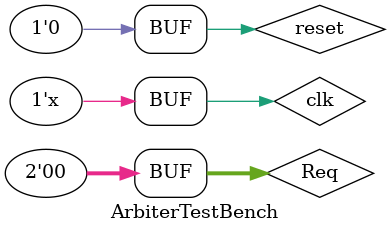
<source format=v>
`timescale 1ns / 1ps


module ArbiterTestBench;

	// Inputs
	reg [1: 0] Req;
	reg clk;
	reg reset;

	// Outputs
	wire [1 : 0] Ack;
	
	//wire [1:0] PState;
	//wire [1:0] NState;
	
	//assign PState = uut.PState;
	//assign NState = uut.NState;

	// Instantiate the Unit Under Test (UUT)
	Arbiter #(.DELAY(2)) uut (
		.Ack(Ack), 
		.Req(Req), 
		.clk(clk),
		.reset(reset)
	);

	initial begin
		// Initialize Inputs
		Req = 0;
		clk = 0;
		reset = 0;
		#10 reset = 1;
		#10 reset = 0;
		
		// Wait 100 ns for global reset to finish
			
		#20 Req = 2'b01;
		#50 Req = 2'b11;
		#150 Req = 2'b10;
		#50 Req = 2'b00;
        
		// Add stimulus here

	end
	
	always
	begin
	#5 clk = ~clk;
   end
endmodule


</source>
